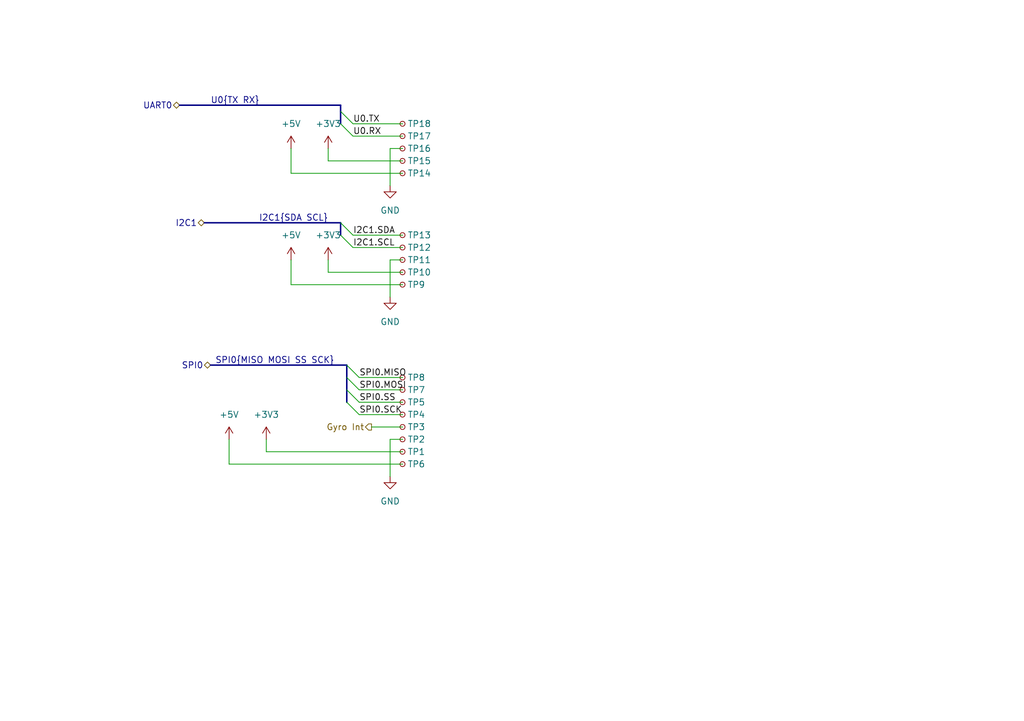
<source format=kicad_sch>
(kicad_sch (version 20250114) (generator "eeschema") (generator_version "9.0")
  (paper "A5")
  (lib_symbols
    (symbol "Connector:TestPoint_Small" (pin_numbers (hide yes)) (pin_names (offset 0.762) (hide yes))
      (property "Reference" "TP" (at 0 3.81 0))
      (property "Value" "TestPoint_Small" (at 0 2.032 0))
      (symbol "TestPoint_Small_0_1"
        (circle (center 0 0) (radius 0.508))
      )
      (symbol "TestPoint_Small_1_1"
        (pin passive line (at 0 0 90) (length 0) (name "1") (number "1"))
      )
    )
    (symbol "power:+3V3" (power) (pin_numbers (hide yes)) (pin_names (offset 0) (hide yes))
      (property "Value" "+3V3" (at 0 3.556 0))
      (symbol "+3V3_0_1"
        (polyline (pts (xy -0.762 1.27) (xy 0 2.54)))
        (polyline (pts (xy 0 2.54) (xy 0.762 1.27)))
        (polyline (pts (xy 0 0) (xy 0 2.54)))
      )
      (symbol "+3V3_1_1"
        (pin power_in line (at 0 0 90) (length 0) (name "~") (number "1"))
      )
    )
    (symbol "power:+5V" (power) (pin_numbers (hide yes)) (pin_names (offset 0) (hide yes))
      (property "Value" "+5V" (at 0 3.556 0))
      (symbol "+5V_0_1"
        (polyline (pts (xy -0.762 1.27) (xy 0 2.54)))
        (polyline (pts (xy 0 2.54) (xy 0.762 1.27)))
        (polyline (pts (xy 0 0) (xy 0 2.54)))
      )
      (symbol "+5V_1_1"
        (pin power_in line (at 0 0 90) (length 0) (name "~") (number "1"))
      )
    )
    (symbol "power:GND" (power) (pin_numbers (hide yes)) (pin_names (offset 0) (hide yes))
      (property "Value" "GND" (at 0 -3.81 0))
      (symbol "GND_0_1"
        (polyline (pts (xy 0 0) (xy 0 -1.27) (xy 1.27 -1.27) (xy 0 -2.54) (xy -1.27 -1.27) (xy 0 -1.27)))
      )
      (symbol "GND_1_1"
        (pin power_in line (at 0 0 270) (length 0) (name "~") (number "1"))
      )
    )
  )
  (bus_entry (at 69.85 48.26) (size 2.54 2.54))
  (bus_entry (at 71.12 77.47) (size 2.54 2.54))
  (bus_entry (at 69.85 22.86) (size 2.54 2.54))
  (bus_entry (at 69.85 25.4) (size 2.54 2.54))
  (bus_entry (at 71.12 80.01) (size 2.54 2.54))
  (bus_entry (at 71.12 74.93) (size 2.54 2.54))
  (bus_entry (at 69.85 45.72) (size 2.54 2.54))
  (bus_entry (at 71.12 82.55) (size 2.54 2.54))
  (bus (pts (xy 36.83 21.59) (xy 69.85 21.59)))
  (wire (pts (xy 54.61 90.17) (xy 54.61 92.71)))
  (wire (pts (xy 67.31 30.48) (xy 67.31 33.02)))
  (wire (pts (xy 72.39 50.8) (xy 82.55 50.8)))
  (wire (pts (xy 82.55 58.42) (xy 59.69 58.42)))
  (bus (pts (xy 69.85 22.86) (xy 69.85 21.59)))
  (wire (pts (xy 80.01 30.48) (xy 80.01 38.1)))
  (wire (pts (xy 82.55 33.02) (xy 67.31 33.02)))
  (bus (pts (xy 71.12 80.01) (xy 71.12 82.55)))
  (wire (pts (xy 82.55 55.88) (xy 67.31 55.88)))
  (wire (pts (xy 82.55 95.25) (xy 46.99 95.25)))
  (bus (pts (xy 71.12 74.93) (xy 43.18 74.93)))
  (wire (pts (xy 72.39 48.26) (xy 82.55 48.26)))
  (wire (pts (xy 72.39 25.4) (xy 82.55 25.4)))
  (wire (pts (xy 73.66 85.09) (xy 82.55 85.09)))
  (wire (pts (xy 76.2 87.63) (xy 82.55 87.63)))
  (wire (pts (xy 72.39 27.94) (xy 82.55 27.94)))
  (wire (pts (xy 82.55 30.48) (xy 80.01 30.48)))
  (wire (pts (xy 73.66 80.01) (xy 82.55 80.01)))
  (wire (pts (xy 73.66 77.47) (xy 82.55 77.47)))
  (wire (pts (xy 46.99 90.17) (xy 46.99 95.25)))
  (wire (pts (xy 59.69 53.34) (xy 59.69 58.42)))
  (bus (pts (xy 69.85 48.26) (xy 69.85 45.72)))
  (bus (pts (xy 69.85 25.4) (xy 69.85 22.86)))
  (wire (pts (xy 59.69 30.48) (xy 59.69 35.56)))
  (bus (pts (xy 71.12 74.93) (xy 71.12 77.47)))
  (wire (pts (xy 82.55 53.34) (xy 80.01 53.34)))
  (wire (pts (xy 67.31 53.34) (xy 67.31 55.88)))
  (wire (pts (xy 82.55 92.71) (xy 54.61 92.71)))
  (wire (pts (xy 82.55 90.17) (xy 80.01 90.17)))
  (wire (pts (xy 82.55 35.56) (xy 59.69 35.56)))
  (bus (pts (xy 71.12 77.47) (xy 71.12 80.01)))
  (bus (pts (xy 69.85 45.72) (xy 41.91 45.72)))
  (wire (pts (xy 80.01 53.34) (xy 80.01 60.96)))
  (wire (pts (xy 73.66 82.55) (xy 82.55 82.55)))
  (wire (pts (xy 80.01 90.17) (xy 80.01 97.79)))
  (label "U0.TX" (at 72.39 25.4 0))
  (label "U0.RX" (at 72.39 27.94 0))
  (label "SPI0.MOSI" (at 73.66 80.01 0))
  (label "SPI0.SS" (at 73.66 82.55 0))
  (label "U0{TX RX}" (at 43.18 21.59 0))
  (label "I2C1.SDA" (at 72.39 48.26 0))
  (label "SPI0.MISO" (at 73.66 77.47 0))
  (label "SPI0{MISO MOSI SS SCK}" (at 68.58 74.93 180))
  (label "I2C1.SCL" (at 72.39 50.8 0))
  (label "SPI0.SCK" (at 73.66 85.09 0))
  (label "I2C1{SDA SCL}" (at 67.31 45.72 180))
  (hierarchical_label "I2C1" (shape bidirectional) (at 41.91 45.72 180))
  (hierarchical_label "Gyro Int" (shape output) (at 76.2 87.63 180))
  (hierarchical_label "UART0" (shape bidirectional) (at 36.83 21.59 180))
  (hierarchical_label "SPI0" (shape bidirectional) (at 43.18 74.93 180))
  (symbol (lib_id "power:+3V3") (at 54.61 90.17 0) (unit 1)
    (property "Reference" "#PWR011" (effects (hide yes)))
    (property "Value" "+3V3" (at 54.61 85.09 0))
    (property "Description" "Power symbol creates a global label with name \"+3V3\"" (effects (hide yes)))
  )
  (symbol (lib_id "Connector:TestPoint_Small") (at 82.55 48.26 0) (unit 1)
    (property "Reference" "TP13" (at 83.566 48.26 0) (effects (justify left)))
    (property "Footprint" "TestPoint:smallpad" (effects (hide yes)))
    (property "Description" "test point" (effects (hide yes)))
  )
  (symbol (lib_id "power:GND") (at 80.01 60.96 0) (unit 1)
    (property "Reference" "#PWR09" (effects (hide yes)))
    (property "Value" "GND" (at 80.01 66.04 0))
    (property "Description" "Power symbol creates a global label with name \"GND\" , ground" (effects (hide yes)))
  )
  (symbol (lib_id "Connector:TestPoint_Small") (at 82.55 92.71 0) (unit 1)
    (property "Reference" "TP1" (at 83.566 92.71 0) (effects (justify left)))
    (property "Footprint" "TestPoint:smallpad" (effects (hide yes)))
    (property "Description" "test point" (effects (hide yes)))
  )
  (symbol (lib_id "Connector:TestPoint_Small") (at 82.55 58.42 0) (unit 1)
    (property "Reference" "TP9" (at 83.566 58.42 0) (effects (justify left)))
    (property "Footprint" "TestPoint:smallpad" (effects (hide yes)))
    (property "Description" "test point" (effects (hide yes)))
  )
  (symbol (lib_id "Connector:TestPoint_Small") (at 82.55 50.8 0) (unit 1)
    (property "Reference" "TP12" (at 83.566 50.8 0) (effects (justify left)))
    (property "Footprint" "TestPoint:smallpad" (effects (hide yes)))
    (property "Description" "test point" (effects (hide yes)))
  )
  (symbol (lib_id "Connector:TestPoint_Small") (at 82.55 25.4 0) (unit 1)
    (property "Reference" "TP18" (at 83.566 25.4 0) (effects (justify left)))
    (property "Footprint" "TestPoint:smallpad" (effects (hide yes)))
    (property "Description" "test point" (effects (hide yes)))
  )
  (symbol (lib_id "Connector:TestPoint_Small") (at 82.55 85.09 0) (unit 1)
    (property "Reference" "TP4" (at 83.566 85.09 0) (effects (justify left)))
    (property "Footprint" "TestPoint:smallpad" (effects (hide yes)))
    (property "Description" "test point" (effects (hide yes)))
  )
  (symbol (lib_id "power:GND") (at 80.01 38.1 0) (unit 1)
    (property "Reference" "#PWR065" (effects (hide yes)))
    (property "Value" "GND" (at 80.01 43.18 0))
    (property "Description" "Power symbol creates a global label with name \"GND\" , ground" (effects (hide yes)))
  )
  (symbol (lib_id "power:GND") (at 80.01 97.79 0) (unit 1)
    (property "Reference" "#PWR012" (effects (hide yes)))
    (property "Value" "GND" (at 80.01 102.87 0))
    (property "Description" "Power symbol creates a global label with name \"GND\" , ground" (effects (hide yes)))
  )
  (symbol (lib_id "Connector:TestPoint_Small") (at 82.55 82.55 0) (unit 1)
    (property "Reference" "TP5" (at 83.566 82.55 0) (effects (justify left)))
    (property "Footprint" "TestPoint:smallpad" (effects (hide yes)))
    (property "Description" "test point" (effects (hide yes)))
  )
  (symbol (lib_id "Connector:TestPoint_Small") (at 82.55 27.94 0) (unit 1)
    (property "Reference" "TP17" (at 83.566 27.94 0) (effects (justify left)))
    (property "Footprint" "TestPoint:smallpad" (effects (hide yes)))
    (property "Description" "test point" (effects (hide yes)))
  )
  (symbol (lib_id "Connector:TestPoint_Small") (at 82.55 30.48 0) (unit 1)
    (property "Reference" "TP16" (at 83.566 30.48 0) (effects (justify left)))
    (property "Footprint" "TestPoint:smallpad" (effects (hide yes)))
    (property "Description" "test point" (effects (hide yes)))
  )
  (symbol (lib_id "power:+5V") (at 59.69 30.48 0) (unit 1)
    (property "Reference" "#PWR068" (effects (hide yes)))
    (property "Value" "+5V" (at 59.69 25.4 0))
    (property "Description" "Power symbol creates a global label with name \"+5V\"" (effects (hide yes)))
  )
  (symbol (lib_id "Connector:TestPoint_Small") (at 82.55 87.63 0) (unit 1)
    (property "Reference" "TP3" (at 83.566 87.63 0) (effects (justify left)))
    (property "Footprint" "TestPoint:smallpad" (effects (hide yes)))
    (property "Description" "test point" (effects (hide yes)))
  )
  (symbol (lib_id "power:+3V3") (at 67.31 30.48 0) (unit 1)
    (property "Reference" "#PWR066" (effects (hide yes)))
    (property "Value" "+3V3" (at 67.31 25.4 0))
    (property "Description" "Power symbol creates a global label with name \"+3V3\"" (effects (hide yes)))
  )
  (symbol (lib_id "Connector:TestPoint_Small") (at 82.55 95.25 0) (unit 1)
    (property "Reference" "TP6" (at 83.566 95.25 0) (effects (justify left)))
    (property "Footprint" "TestPoint:smallpad" (effects (hide yes)))
    (property "Description" "test point" (effects (hide yes)))
  )
  (symbol (lib_id "Connector:TestPoint_Small") (at 82.55 77.47 0) (unit 1)
    (property "Reference" "TP8" (at 83.566 77.47 0) (effects (justify left)))
    (property "Footprint" "TestPoint:smallpad" (effects (hide yes)))
    (property "Description" "test point" (effects (hide yes)))
  )
  (symbol (lib_id "Connector:TestPoint_Small") (at 82.55 55.88 0) (unit 1)
    (property "Reference" "TP10" (at 83.566 55.88 0) (effects (justify left)))
    (property "Footprint" "TestPoint:smallpad" (effects (hide yes)))
    (property "Description" "test point" (effects (hide yes)))
  )
  (symbol (lib_id "power:+5V") (at 59.69 53.34 0) (unit 1)
    (property "Reference" "#PWR07" (effects (hide yes)))
    (property "Value" "+5V" (at 59.69 48.26 0))
    (property "Description" "Power symbol creates a global label with name \"+5V\"" (effects (hide yes)))
  )
  (symbol (lib_id "Connector:TestPoint_Small") (at 82.55 90.17 0) (unit 1)
    (property "Reference" "TP2" (at 83.566 90.17 0) (effects (justify left)))
    (property "Footprint" "TestPoint:smallpad" (effects (hide yes)))
    (property "Description" "test point" (effects (hide yes)))
  )
  (symbol (lib_id "Connector:TestPoint_Small") (at 82.55 53.34 0) (unit 1)
    (property "Reference" "TP11" (at 83.566 53.34 0) (effects (justify left)))
    (property "Footprint" "TestPoint:smallpad" (effects (hide yes)))
    (property "Description" "test point" (effects (hide yes)))
  )
  (symbol (lib_id "Connector:TestPoint_Small") (at 82.55 33.02 0) (unit 1)
    (property "Reference" "TP15" (at 83.566 33.02 0) (effects (justify left)))
    (property "Footprint" "TestPoint:smallpad" (effects (hide yes)))
    (property "Description" "test point" (effects (hide yes)))
  )
  (symbol (lib_id "power:+3V3") (at 67.31 53.34 0) (unit 1)
    (property "Reference" "#PWR08" (effects (hide yes)))
    (property "Value" "+3V3" (at 67.31 48.26 0))
    (property "Description" "Power symbol creates a global label with name \"+3V3\"" (effects (hide yes)))
  )
  (symbol (lib_id "Connector:TestPoint_Small") (at 82.55 35.56 0) (unit 1)
    (property "Reference" "TP14" (at 83.566 35.56 0) (effects (justify left)))
    (property "Footprint" "TestPoint:smallpad" (effects (hide yes)))
    (property "Description" "test point" (effects (hide yes)))
  )
  (symbol (lib_id "power:+5V") (at 46.99 90.17 0) (unit 1)
    (property "Reference" "#PWR010" (effects (hide yes)))
    (property "Value" "+5V" (at 46.99 85.09 0))
    (property "Description" "Power symbol creates a global label with name \"+5V\"" (effects (hide yes)))
  )
  (symbol (lib_id "Connector:TestPoint_Small") (at 82.55 80.01 0) (unit 1)
    (property "Reference" "TP7" (at 83.566 80.01 0) (effects (justify left)))
    (property "Footprint" "TestPoint:smallpad" (effects (hide yes)))
    (property "Description" "test point" (effects (hide yes)))
  )
)
</source>
